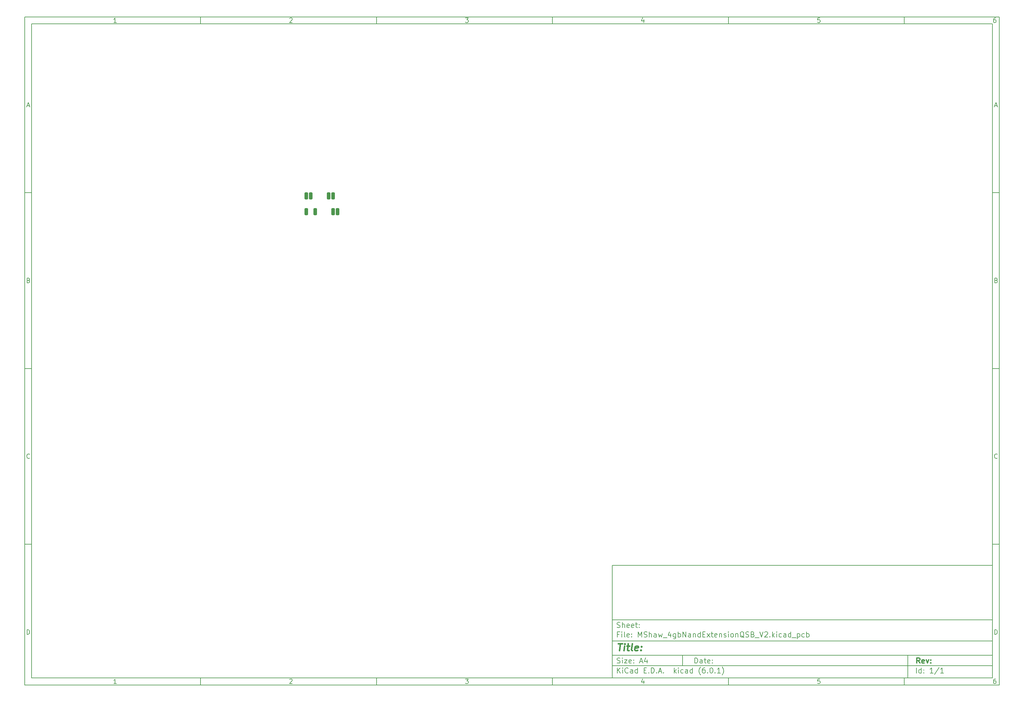
<source format=gbs>
%TF.GenerationSoftware,KiCad,Pcbnew,(6.0.1)*%
%TF.CreationDate,2022-02-28T01:07:11-07:00*%
%TF.ProjectId,MShaw_4gbNandExtensionQSB_V2,4d536861-775f-4346-9762-4e616e644578,rev?*%
%TF.SameCoordinates,Original*%
%TF.FileFunction,Soldermask,Bot*%
%TF.FilePolarity,Negative*%
%FSLAX46Y46*%
G04 Gerber Fmt 4.6, Leading zero omitted, Abs format (unit mm)*
G04 Created by KiCad (PCBNEW (6.0.1)) date 2022-02-28 01:07:11*
%MOMM*%
%LPD*%
G01*
G04 APERTURE LIST*
G04 Aperture macros list*
%AMRoundRect*
0 Rectangle with rounded corners*
0 $1 Rounding radius*
0 $2 $3 $4 $5 $6 $7 $8 $9 X,Y pos of 4 corners*
0 Add a 4 corners polygon primitive as box body*
4,1,4,$2,$3,$4,$5,$6,$7,$8,$9,$2,$3,0*
0 Add four circle primitives for the rounded corners*
1,1,$1+$1,$2,$3*
1,1,$1+$1,$4,$5*
1,1,$1+$1,$6,$7*
1,1,$1+$1,$8,$9*
0 Add four rect primitives between the rounded corners*
20,1,$1+$1,$2,$3,$4,$5,0*
20,1,$1+$1,$4,$5,$6,$7,0*
20,1,$1+$1,$6,$7,$8,$9,0*
20,1,$1+$1,$8,$9,$2,$3,0*%
G04 Aperture macros list end*
%ADD10C,0.100000*%
%ADD11C,0.150000*%
%ADD12C,0.300000*%
%ADD13C,0.400000*%
%ADD14RoundRect,0.250000X0.250000X-0.750000X0.250000X0.750000X-0.250000X0.750000X-0.250000X-0.750000X0*%
G04 APERTURE END LIST*
D10*
D11*
X177002200Y-166007200D02*
X177002200Y-198007200D01*
X285002200Y-198007200D01*
X285002200Y-166007200D01*
X177002200Y-166007200D01*
D10*
D11*
X10000000Y-10000000D02*
X10000000Y-200007200D01*
X287002200Y-200007200D01*
X287002200Y-10000000D01*
X10000000Y-10000000D01*
D10*
D11*
X12000000Y-12000000D02*
X12000000Y-198007200D01*
X285002200Y-198007200D01*
X285002200Y-12000000D01*
X12000000Y-12000000D01*
D10*
D11*
X60000000Y-12000000D02*
X60000000Y-10000000D01*
D10*
D11*
X110000000Y-12000000D02*
X110000000Y-10000000D01*
D10*
D11*
X160000000Y-12000000D02*
X160000000Y-10000000D01*
D10*
D11*
X210000000Y-12000000D02*
X210000000Y-10000000D01*
D10*
D11*
X260000000Y-12000000D02*
X260000000Y-10000000D01*
D10*
D11*
X36065476Y-11588095D02*
X35322619Y-11588095D01*
X35694047Y-11588095D02*
X35694047Y-10288095D01*
X35570238Y-10473809D01*
X35446428Y-10597619D01*
X35322619Y-10659523D01*
D10*
D11*
X85322619Y-10411904D02*
X85384523Y-10350000D01*
X85508333Y-10288095D01*
X85817857Y-10288095D01*
X85941666Y-10350000D01*
X86003571Y-10411904D01*
X86065476Y-10535714D01*
X86065476Y-10659523D01*
X86003571Y-10845238D01*
X85260714Y-11588095D01*
X86065476Y-11588095D01*
D10*
D11*
X135260714Y-10288095D02*
X136065476Y-10288095D01*
X135632142Y-10783333D01*
X135817857Y-10783333D01*
X135941666Y-10845238D01*
X136003571Y-10907142D01*
X136065476Y-11030952D01*
X136065476Y-11340476D01*
X136003571Y-11464285D01*
X135941666Y-11526190D01*
X135817857Y-11588095D01*
X135446428Y-11588095D01*
X135322619Y-11526190D01*
X135260714Y-11464285D01*
D10*
D11*
X185941666Y-10721428D02*
X185941666Y-11588095D01*
X185632142Y-10226190D02*
X185322619Y-11154761D01*
X186127380Y-11154761D01*
D10*
D11*
X236003571Y-10288095D02*
X235384523Y-10288095D01*
X235322619Y-10907142D01*
X235384523Y-10845238D01*
X235508333Y-10783333D01*
X235817857Y-10783333D01*
X235941666Y-10845238D01*
X236003571Y-10907142D01*
X236065476Y-11030952D01*
X236065476Y-11340476D01*
X236003571Y-11464285D01*
X235941666Y-11526190D01*
X235817857Y-11588095D01*
X235508333Y-11588095D01*
X235384523Y-11526190D01*
X235322619Y-11464285D01*
D10*
D11*
X285941666Y-10288095D02*
X285694047Y-10288095D01*
X285570238Y-10350000D01*
X285508333Y-10411904D01*
X285384523Y-10597619D01*
X285322619Y-10845238D01*
X285322619Y-11340476D01*
X285384523Y-11464285D01*
X285446428Y-11526190D01*
X285570238Y-11588095D01*
X285817857Y-11588095D01*
X285941666Y-11526190D01*
X286003571Y-11464285D01*
X286065476Y-11340476D01*
X286065476Y-11030952D01*
X286003571Y-10907142D01*
X285941666Y-10845238D01*
X285817857Y-10783333D01*
X285570238Y-10783333D01*
X285446428Y-10845238D01*
X285384523Y-10907142D01*
X285322619Y-11030952D01*
D10*
D11*
X60000000Y-198007200D02*
X60000000Y-200007200D01*
D10*
D11*
X110000000Y-198007200D02*
X110000000Y-200007200D01*
D10*
D11*
X160000000Y-198007200D02*
X160000000Y-200007200D01*
D10*
D11*
X210000000Y-198007200D02*
X210000000Y-200007200D01*
D10*
D11*
X260000000Y-198007200D02*
X260000000Y-200007200D01*
D10*
D11*
X36065476Y-199595295D02*
X35322619Y-199595295D01*
X35694047Y-199595295D02*
X35694047Y-198295295D01*
X35570238Y-198481009D01*
X35446428Y-198604819D01*
X35322619Y-198666723D01*
D10*
D11*
X85322619Y-198419104D02*
X85384523Y-198357200D01*
X85508333Y-198295295D01*
X85817857Y-198295295D01*
X85941666Y-198357200D01*
X86003571Y-198419104D01*
X86065476Y-198542914D01*
X86065476Y-198666723D01*
X86003571Y-198852438D01*
X85260714Y-199595295D01*
X86065476Y-199595295D01*
D10*
D11*
X135260714Y-198295295D02*
X136065476Y-198295295D01*
X135632142Y-198790533D01*
X135817857Y-198790533D01*
X135941666Y-198852438D01*
X136003571Y-198914342D01*
X136065476Y-199038152D01*
X136065476Y-199347676D01*
X136003571Y-199471485D01*
X135941666Y-199533390D01*
X135817857Y-199595295D01*
X135446428Y-199595295D01*
X135322619Y-199533390D01*
X135260714Y-199471485D01*
D10*
D11*
X185941666Y-198728628D02*
X185941666Y-199595295D01*
X185632142Y-198233390D02*
X185322619Y-199161961D01*
X186127380Y-199161961D01*
D10*
D11*
X236003571Y-198295295D02*
X235384523Y-198295295D01*
X235322619Y-198914342D01*
X235384523Y-198852438D01*
X235508333Y-198790533D01*
X235817857Y-198790533D01*
X235941666Y-198852438D01*
X236003571Y-198914342D01*
X236065476Y-199038152D01*
X236065476Y-199347676D01*
X236003571Y-199471485D01*
X235941666Y-199533390D01*
X235817857Y-199595295D01*
X235508333Y-199595295D01*
X235384523Y-199533390D01*
X235322619Y-199471485D01*
D10*
D11*
X285941666Y-198295295D02*
X285694047Y-198295295D01*
X285570238Y-198357200D01*
X285508333Y-198419104D01*
X285384523Y-198604819D01*
X285322619Y-198852438D01*
X285322619Y-199347676D01*
X285384523Y-199471485D01*
X285446428Y-199533390D01*
X285570238Y-199595295D01*
X285817857Y-199595295D01*
X285941666Y-199533390D01*
X286003571Y-199471485D01*
X286065476Y-199347676D01*
X286065476Y-199038152D01*
X286003571Y-198914342D01*
X285941666Y-198852438D01*
X285817857Y-198790533D01*
X285570238Y-198790533D01*
X285446428Y-198852438D01*
X285384523Y-198914342D01*
X285322619Y-199038152D01*
D10*
D11*
X10000000Y-60000000D02*
X12000000Y-60000000D01*
D10*
D11*
X10000000Y-110000000D02*
X12000000Y-110000000D01*
D10*
D11*
X10000000Y-160000000D02*
X12000000Y-160000000D01*
D10*
D11*
X10690476Y-35216666D02*
X11309523Y-35216666D01*
X10566666Y-35588095D02*
X11000000Y-34288095D01*
X11433333Y-35588095D01*
D10*
D11*
X11092857Y-84907142D02*
X11278571Y-84969047D01*
X11340476Y-85030952D01*
X11402380Y-85154761D01*
X11402380Y-85340476D01*
X11340476Y-85464285D01*
X11278571Y-85526190D01*
X11154761Y-85588095D01*
X10659523Y-85588095D01*
X10659523Y-84288095D01*
X11092857Y-84288095D01*
X11216666Y-84350000D01*
X11278571Y-84411904D01*
X11340476Y-84535714D01*
X11340476Y-84659523D01*
X11278571Y-84783333D01*
X11216666Y-84845238D01*
X11092857Y-84907142D01*
X10659523Y-84907142D01*
D10*
D11*
X11402380Y-135464285D02*
X11340476Y-135526190D01*
X11154761Y-135588095D01*
X11030952Y-135588095D01*
X10845238Y-135526190D01*
X10721428Y-135402380D01*
X10659523Y-135278571D01*
X10597619Y-135030952D01*
X10597619Y-134845238D01*
X10659523Y-134597619D01*
X10721428Y-134473809D01*
X10845238Y-134350000D01*
X11030952Y-134288095D01*
X11154761Y-134288095D01*
X11340476Y-134350000D01*
X11402380Y-134411904D01*
D10*
D11*
X10659523Y-185588095D02*
X10659523Y-184288095D01*
X10969047Y-184288095D01*
X11154761Y-184350000D01*
X11278571Y-184473809D01*
X11340476Y-184597619D01*
X11402380Y-184845238D01*
X11402380Y-185030952D01*
X11340476Y-185278571D01*
X11278571Y-185402380D01*
X11154761Y-185526190D01*
X10969047Y-185588095D01*
X10659523Y-185588095D01*
D10*
D11*
X287002200Y-60000000D02*
X285002200Y-60000000D01*
D10*
D11*
X287002200Y-110000000D02*
X285002200Y-110000000D01*
D10*
D11*
X287002200Y-160000000D02*
X285002200Y-160000000D01*
D10*
D11*
X285692676Y-35216666D02*
X286311723Y-35216666D01*
X285568866Y-35588095D02*
X286002200Y-34288095D01*
X286435533Y-35588095D01*
D10*
D11*
X286095057Y-84907142D02*
X286280771Y-84969047D01*
X286342676Y-85030952D01*
X286404580Y-85154761D01*
X286404580Y-85340476D01*
X286342676Y-85464285D01*
X286280771Y-85526190D01*
X286156961Y-85588095D01*
X285661723Y-85588095D01*
X285661723Y-84288095D01*
X286095057Y-84288095D01*
X286218866Y-84350000D01*
X286280771Y-84411904D01*
X286342676Y-84535714D01*
X286342676Y-84659523D01*
X286280771Y-84783333D01*
X286218866Y-84845238D01*
X286095057Y-84907142D01*
X285661723Y-84907142D01*
D10*
D11*
X286404580Y-135464285D02*
X286342676Y-135526190D01*
X286156961Y-135588095D01*
X286033152Y-135588095D01*
X285847438Y-135526190D01*
X285723628Y-135402380D01*
X285661723Y-135278571D01*
X285599819Y-135030952D01*
X285599819Y-134845238D01*
X285661723Y-134597619D01*
X285723628Y-134473809D01*
X285847438Y-134350000D01*
X286033152Y-134288095D01*
X286156961Y-134288095D01*
X286342676Y-134350000D01*
X286404580Y-134411904D01*
D10*
D11*
X285661723Y-185588095D02*
X285661723Y-184288095D01*
X285971247Y-184288095D01*
X286156961Y-184350000D01*
X286280771Y-184473809D01*
X286342676Y-184597619D01*
X286404580Y-184845238D01*
X286404580Y-185030952D01*
X286342676Y-185278571D01*
X286280771Y-185402380D01*
X286156961Y-185526190D01*
X285971247Y-185588095D01*
X285661723Y-185588095D01*
D10*
D11*
X200434342Y-193785771D02*
X200434342Y-192285771D01*
X200791485Y-192285771D01*
X201005771Y-192357200D01*
X201148628Y-192500057D01*
X201220057Y-192642914D01*
X201291485Y-192928628D01*
X201291485Y-193142914D01*
X201220057Y-193428628D01*
X201148628Y-193571485D01*
X201005771Y-193714342D01*
X200791485Y-193785771D01*
X200434342Y-193785771D01*
X202577200Y-193785771D02*
X202577200Y-193000057D01*
X202505771Y-192857200D01*
X202362914Y-192785771D01*
X202077200Y-192785771D01*
X201934342Y-192857200D01*
X202577200Y-193714342D02*
X202434342Y-193785771D01*
X202077200Y-193785771D01*
X201934342Y-193714342D01*
X201862914Y-193571485D01*
X201862914Y-193428628D01*
X201934342Y-193285771D01*
X202077200Y-193214342D01*
X202434342Y-193214342D01*
X202577200Y-193142914D01*
X203077200Y-192785771D02*
X203648628Y-192785771D01*
X203291485Y-192285771D02*
X203291485Y-193571485D01*
X203362914Y-193714342D01*
X203505771Y-193785771D01*
X203648628Y-193785771D01*
X204720057Y-193714342D02*
X204577200Y-193785771D01*
X204291485Y-193785771D01*
X204148628Y-193714342D01*
X204077200Y-193571485D01*
X204077200Y-193000057D01*
X204148628Y-192857200D01*
X204291485Y-192785771D01*
X204577200Y-192785771D01*
X204720057Y-192857200D01*
X204791485Y-193000057D01*
X204791485Y-193142914D01*
X204077200Y-193285771D01*
X205434342Y-193642914D02*
X205505771Y-193714342D01*
X205434342Y-193785771D01*
X205362914Y-193714342D01*
X205434342Y-193642914D01*
X205434342Y-193785771D01*
X205434342Y-192857200D02*
X205505771Y-192928628D01*
X205434342Y-193000057D01*
X205362914Y-192928628D01*
X205434342Y-192857200D01*
X205434342Y-193000057D01*
D10*
D11*
X177002200Y-194507200D02*
X285002200Y-194507200D01*
D10*
D11*
X178434342Y-196585771D02*
X178434342Y-195085771D01*
X179291485Y-196585771D02*
X178648628Y-195728628D01*
X179291485Y-195085771D02*
X178434342Y-195942914D01*
X179934342Y-196585771D02*
X179934342Y-195585771D01*
X179934342Y-195085771D02*
X179862914Y-195157200D01*
X179934342Y-195228628D01*
X180005771Y-195157200D01*
X179934342Y-195085771D01*
X179934342Y-195228628D01*
X181505771Y-196442914D02*
X181434342Y-196514342D01*
X181220057Y-196585771D01*
X181077200Y-196585771D01*
X180862914Y-196514342D01*
X180720057Y-196371485D01*
X180648628Y-196228628D01*
X180577200Y-195942914D01*
X180577200Y-195728628D01*
X180648628Y-195442914D01*
X180720057Y-195300057D01*
X180862914Y-195157200D01*
X181077200Y-195085771D01*
X181220057Y-195085771D01*
X181434342Y-195157200D01*
X181505771Y-195228628D01*
X182791485Y-196585771D02*
X182791485Y-195800057D01*
X182720057Y-195657200D01*
X182577200Y-195585771D01*
X182291485Y-195585771D01*
X182148628Y-195657200D01*
X182791485Y-196514342D02*
X182648628Y-196585771D01*
X182291485Y-196585771D01*
X182148628Y-196514342D01*
X182077200Y-196371485D01*
X182077200Y-196228628D01*
X182148628Y-196085771D01*
X182291485Y-196014342D01*
X182648628Y-196014342D01*
X182791485Y-195942914D01*
X184148628Y-196585771D02*
X184148628Y-195085771D01*
X184148628Y-196514342D02*
X184005771Y-196585771D01*
X183720057Y-196585771D01*
X183577200Y-196514342D01*
X183505771Y-196442914D01*
X183434342Y-196300057D01*
X183434342Y-195871485D01*
X183505771Y-195728628D01*
X183577200Y-195657200D01*
X183720057Y-195585771D01*
X184005771Y-195585771D01*
X184148628Y-195657200D01*
X186005771Y-195800057D02*
X186505771Y-195800057D01*
X186720057Y-196585771D02*
X186005771Y-196585771D01*
X186005771Y-195085771D01*
X186720057Y-195085771D01*
X187362914Y-196442914D02*
X187434342Y-196514342D01*
X187362914Y-196585771D01*
X187291485Y-196514342D01*
X187362914Y-196442914D01*
X187362914Y-196585771D01*
X188077200Y-196585771D02*
X188077200Y-195085771D01*
X188434342Y-195085771D01*
X188648628Y-195157200D01*
X188791485Y-195300057D01*
X188862914Y-195442914D01*
X188934342Y-195728628D01*
X188934342Y-195942914D01*
X188862914Y-196228628D01*
X188791485Y-196371485D01*
X188648628Y-196514342D01*
X188434342Y-196585771D01*
X188077200Y-196585771D01*
X189577200Y-196442914D02*
X189648628Y-196514342D01*
X189577200Y-196585771D01*
X189505771Y-196514342D01*
X189577200Y-196442914D01*
X189577200Y-196585771D01*
X190220057Y-196157200D02*
X190934342Y-196157200D01*
X190077200Y-196585771D02*
X190577200Y-195085771D01*
X191077200Y-196585771D01*
X191577200Y-196442914D02*
X191648628Y-196514342D01*
X191577200Y-196585771D01*
X191505771Y-196514342D01*
X191577200Y-196442914D01*
X191577200Y-196585771D01*
X194577200Y-196585771D02*
X194577200Y-195085771D01*
X194720057Y-196014342D02*
X195148628Y-196585771D01*
X195148628Y-195585771D02*
X194577200Y-196157200D01*
X195791485Y-196585771D02*
X195791485Y-195585771D01*
X195791485Y-195085771D02*
X195720057Y-195157200D01*
X195791485Y-195228628D01*
X195862914Y-195157200D01*
X195791485Y-195085771D01*
X195791485Y-195228628D01*
X197148628Y-196514342D02*
X197005771Y-196585771D01*
X196720057Y-196585771D01*
X196577200Y-196514342D01*
X196505771Y-196442914D01*
X196434342Y-196300057D01*
X196434342Y-195871485D01*
X196505771Y-195728628D01*
X196577200Y-195657200D01*
X196720057Y-195585771D01*
X197005771Y-195585771D01*
X197148628Y-195657200D01*
X198434342Y-196585771D02*
X198434342Y-195800057D01*
X198362914Y-195657200D01*
X198220057Y-195585771D01*
X197934342Y-195585771D01*
X197791485Y-195657200D01*
X198434342Y-196514342D02*
X198291485Y-196585771D01*
X197934342Y-196585771D01*
X197791485Y-196514342D01*
X197720057Y-196371485D01*
X197720057Y-196228628D01*
X197791485Y-196085771D01*
X197934342Y-196014342D01*
X198291485Y-196014342D01*
X198434342Y-195942914D01*
X199791485Y-196585771D02*
X199791485Y-195085771D01*
X199791485Y-196514342D02*
X199648628Y-196585771D01*
X199362914Y-196585771D01*
X199220057Y-196514342D01*
X199148628Y-196442914D01*
X199077200Y-196300057D01*
X199077200Y-195871485D01*
X199148628Y-195728628D01*
X199220057Y-195657200D01*
X199362914Y-195585771D01*
X199648628Y-195585771D01*
X199791485Y-195657200D01*
X202077200Y-197157200D02*
X202005771Y-197085771D01*
X201862914Y-196871485D01*
X201791485Y-196728628D01*
X201720057Y-196514342D01*
X201648628Y-196157200D01*
X201648628Y-195871485D01*
X201720057Y-195514342D01*
X201791485Y-195300057D01*
X201862914Y-195157200D01*
X202005771Y-194942914D01*
X202077200Y-194871485D01*
X203291485Y-195085771D02*
X203005771Y-195085771D01*
X202862914Y-195157200D01*
X202791485Y-195228628D01*
X202648628Y-195442914D01*
X202577200Y-195728628D01*
X202577200Y-196300057D01*
X202648628Y-196442914D01*
X202720057Y-196514342D01*
X202862914Y-196585771D01*
X203148628Y-196585771D01*
X203291485Y-196514342D01*
X203362914Y-196442914D01*
X203434342Y-196300057D01*
X203434342Y-195942914D01*
X203362914Y-195800057D01*
X203291485Y-195728628D01*
X203148628Y-195657200D01*
X202862914Y-195657200D01*
X202720057Y-195728628D01*
X202648628Y-195800057D01*
X202577200Y-195942914D01*
X204077200Y-196442914D02*
X204148628Y-196514342D01*
X204077200Y-196585771D01*
X204005771Y-196514342D01*
X204077200Y-196442914D01*
X204077200Y-196585771D01*
X205077200Y-195085771D02*
X205220057Y-195085771D01*
X205362914Y-195157200D01*
X205434342Y-195228628D01*
X205505771Y-195371485D01*
X205577200Y-195657200D01*
X205577200Y-196014342D01*
X205505771Y-196300057D01*
X205434342Y-196442914D01*
X205362914Y-196514342D01*
X205220057Y-196585771D01*
X205077200Y-196585771D01*
X204934342Y-196514342D01*
X204862914Y-196442914D01*
X204791485Y-196300057D01*
X204720057Y-196014342D01*
X204720057Y-195657200D01*
X204791485Y-195371485D01*
X204862914Y-195228628D01*
X204934342Y-195157200D01*
X205077200Y-195085771D01*
X206220057Y-196442914D02*
X206291485Y-196514342D01*
X206220057Y-196585771D01*
X206148628Y-196514342D01*
X206220057Y-196442914D01*
X206220057Y-196585771D01*
X207720057Y-196585771D02*
X206862914Y-196585771D01*
X207291485Y-196585771D02*
X207291485Y-195085771D01*
X207148628Y-195300057D01*
X207005771Y-195442914D01*
X206862914Y-195514342D01*
X208220057Y-197157200D02*
X208291485Y-197085771D01*
X208434342Y-196871485D01*
X208505771Y-196728628D01*
X208577200Y-196514342D01*
X208648628Y-196157200D01*
X208648628Y-195871485D01*
X208577200Y-195514342D01*
X208505771Y-195300057D01*
X208434342Y-195157200D01*
X208291485Y-194942914D01*
X208220057Y-194871485D01*
D10*
D11*
X177002200Y-191507200D02*
X285002200Y-191507200D01*
D10*
D12*
X264411485Y-193785771D02*
X263911485Y-193071485D01*
X263554342Y-193785771D02*
X263554342Y-192285771D01*
X264125771Y-192285771D01*
X264268628Y-192357200D01*
X264340057Y-192428628D01*
X264411485Y-192571485D01*
X264411485Y-192785771D01*
X264340057Y-192928628D01*
X264268628Y-193000057D01*
X264125771Y-193071485D01*
X263554342Y-193071485D01*
X265625771Y-193714342D02*
X265482914Y-193785771D01*
X265197200Y-193785771D01*
X265054342Y-193714342D01*
X264982914Y-193571485D01*
X264982914Y-193000057D01*
X265054342Y-192857200D01*
X265197200Y-192785771D01*
X265482914Y-192785771D01*
X265625771Y-192857200D01*
X265697200Y-193000057D01*
X265697200Y-193142914D01*
X264982914Y-193285771D01*
X266197200Y-192785771D02*
X266554342Y-193785771D01*
X266911485Y-192785771D01*
X267482914Y-193642914D02*
X267554342Y-193714342D01*
X267482914Y-193785771D01*
X267411485Y-193714342D01*
X267482914Y-193642914D01*
X267482914Y-193785771D01*
X267482914Y-192857200D02*
X267554342Y-192928628D01*
X267482914Y-193000057D01*
X267411485Y-192928628D01*
X267482914Y-192857200D01*
X267482914Y-193000057D01*
D10*
D11*
X178362914Y-193714342D02*
X178577200Y-193785771D01*
X178934342Y-193785771D01*
X179077200Y-193714342D01*
X179148628Y-193642914D01*
X179220057Y-193500057D01*
X179220057Y-193357200D01*
X179148628Y-193214342D01*
X179077200Y-193142914D01*
X178934342Y-193071485D01*
X178648628Y-193000057D01*
X178505771Y-192928628D01*
X178434342Y-192857200D01*
X178362914Y-192714342D01*
X178362914Y-192571485D01*
X178434342Y-192428628D01*
X178505771Y-192357200D01*
X178648628Y-192285771D01*
X179005771Y-192285771D01*
X179220057Y-192357200D01*
X179862914Y-193785771D02*
X179862914Y-192785771D01*
X179862914Y-192285771D02*
X179791485Y-192357200D01*
X179862914Y-192428628D01*
X179934342Y-192357200D01*
X179862914Y-192285771D01*
X179862914Y-192428628D01*
X180434342Y-192785771D02*
X181220057Y-192785771D01*
X180434342Y-193785771D01*
X181220057Y-193785771D01*
X182362914Y-193714342D02*
X182220057Y-193785771D01*
X181934342Y-193785771D01*
X181791485Y-193714342D01*
X181720057Y-193571485D01*
X181720057Y-193000057D01*
X181791485Y-192857200D01*
X181934342Y-192785771D01*
X182220057Y-192785771D01*
X182362914Y-192857200D01*
X182434342Y-193000057D01*
X182434342Y-193142914D01*
X181720057Y-193285771D01*
X183077200Y-193642914D02*
X183148628Y-193714342D01*
X183077200Y-193785771D01*
X183005771Y-193714342D01*
X183077200Y-193642914D01*
X183077200Y-193785771D01*
X183077200Y-192857200D02*
X183148628Y-192928628D01*
X183077200Y-193000057D01*
X183005771Y-192928628D01*
X183077200Y-192857200D01*
X183077200Y-193000057D01*
X184862914Y-193357200D02*
X185577200Y-193357200D01*
X184720057Y-193785771D02*
X185220057Y-192285771D01*
X185720057Y-193785771D01*
X186862914Y-192785771D02*
X186862914Y-193785771D01*
X186505771Y-192214342D02*
X186148628Y-193285771D01*
X187077200Y-193285771D01*
D10*
D11*
X263434342Y-196585771D02*
X263434342Y-195085771D01*
X264791485Y-196585771D02*
X264791485Y-195085771D01*
X264791485Y-196514342D02*
X264648628Y-196585771D01*
X264362914Y-196585771D01*
X264220057Y-196514342D01*
X264148628Y-196442914D01*
X264077200Y-196300057D01*
X264077200Y-195871485D01*
X264148628Y-195728628D01*
X264220057Y-195657200D01*
X264362914Y-195585771D01*
X264648628Y-195585771D01*
X264791485Y-195657200D01*
X265505771Y-196442914D02*
X265577200Y-196514342D01*
X265505771Y-196585771D01*
X265434342Y-196514342D01*
X265505771Y-196442914D01*
X265505771Y-196585771D01*
X265505771Y-195657200D02*
X265577200Y-195728628D01*
X265505771Y-195800057D01*
X265434342Y-195728628D01*
X265505771Y-195657200D01*
X265505771Y-195800057D01*
X268148628Y-196585771D02*
X267291485Y-196585771D01*
X267720057Y-196585771D02*
X267720057Y-195085771D01*
X267577200Y-195300057D01*
X267434342Y-195442914D01*
X267291485Y-195514342D01*
X269862914Y-195014342D02*
X268577200Y-196942914D01*
X271148628Y-196585771D02*
X270291485Y-196585771D01*
X270720057Y-196585771D02*
X270720057Y-195085771D01*
X270577200Y-195300057D01*
X270434342Y-195442914D01*
X270291485Y-195514342D01*
D10*
D11*
X177002200Y-187507200D02*
X285002200Y-187507200D01*
D10*
D13*
X178714580Y-188211961D02*
X179857438Y-188211961D01*
X179036009Y-190211961D02*
X179286009Y-188211961D01*
X180274104Y-190211961D02*
X180440771Y-188878628D01*
X180524104Y-188211961D02*
X180416961Y-188307200D01*
X180500295Y-188402438D01*
X180607438Y-188307200D01*
X180524104Y-188211961D01*
X180500295Y-188402438D01*
X181107438Y-188878628D02*
X181869342Y-188878628D01*
X181476485Y-188211961D02*
X181262200Y-189926247D01*
X181333628Y-190116723D01*
X181512200Y-190211961D01*
X181702676Y-190211961D01*
X182655057Y-190211961D02*
X182476485Y-190116723D01*
X182405057Y-189926247D01*
X182619342Y-188211961D01*
X184190771Y-190116723D02*
X183988390Y-190211961D01*
X183607438Y-190211961D01*
X183428866Y-190116723D01*
X183357438Y-189926247D01*
X183452676Y-189164342D01*
X183571723Y-188973866D01*
X183774104Y-188878628D01*
X184155057Y-188878628D01*
X184333628Y-188973866D01*
X184405057Y-189164342D01*
X184381247Y-189354819D01*
X183405057Y-189545295D01*
X185155057Y-190021485D02*
X185238390Y-190116723D01*
X185131247Y-190211961D01*
X185047914Y-190116723D01*
X185155057Y-190021485D01*
X185131247Y-190211961D01*
X185286009Y-188973866D02*
X185369342Y-189069104D01*
X185262200Y-189164342D01*
X185178866Y-189069104D01*
X185286009Y-188973866D01*
X185262200Y-189164342D01*
D10*
D11*
X178934342Y-185600057D02*
X178434342Y-185600057D01*
X178434342Y-186385771D02*
X178434342Y-184885771D01*
X179148628Y-184885771D01*
X179720057Y-186385771D02*
X179720057Y-185385771D01*
X179720057Y-184885771D02*
X179648628Y-184957200D01*
X179720057Y-185028628D01*
X179791485Y-184957200D01*
X179720057Y-184885771D01*
X179720057Y-185028628D01*
X180648628Y-186385771D02*
X180505771Y-186314342D01*
X180434342Y-186171485D01*
X180434342Y-184885771D01*
X181791485Y-186314342D02*
X181648628Y-186385771D01*
X181362914Y-186385771D01*
X181220057Y-186314342D01*
X181148628Y-186171485D01*
X181148628Y-185600057D01*
X181220057Y-185457200D01*
X181362914Y-185385771D01*
X181648628Y-185385771D01*
X181791485Y-185457200D01*
X181862914Y-185600057D01*
X181862914Y-185742914D01*
X181148628Y-185885771D01*
X182505771Y-186242914D02*
X182577200Y-186314342D01*
X182505771Y-186385771D01*
X182434342Y-186314342D01*
X182505771Y-186242914D01*
X182505771Y-186385771D01*
X182505771Y-185457200D02*
X182577200Y-185528628D01*
X182505771Y-185600057D01*
X182434342Y-185528628D01*
X182505771Y-185457200D01*
X182505771Y-185600057D01*
X184362914Y-186385771D02*
X184362914Y-184885771D01*
X184862914Y-185957200D01*
X185362914Y-184885771D01*
X185362914Y-186385771D01*
X186005771Y-186314342D02*
X186220057Y-186385771D01*
X186577200Y-186385771D01*
X186720057Y-186314342D01*
X186791485Y-186242914D01*
X186862914Y-186100057D01*
X186862914Y-185957200D01*
X186791485Y-185814342D01*
X186720057Y-185742914D01*
X186577200Y-185671485D01*
X186291485Y-185600057D01*
X186148628Y-185528628D01*
X186077200Y-185457200D01*
X186005771Y-185314342D01*
X186005771Y-185171485D01*
X186077200Y-185028628D01*
X186148628Y-184957200D01*
X186291485Y-184885771D01*
X186648628Y-184885771D01*
X186862914Y-184957200D01*
X187505771Y-186385771D02*
X187505771Y-184885771D01*
X188148628Y-186385771D02*
X188148628Y-185600057D01*
X188077200Y-185457200D01*
X187934342Y-185385771D01*
X187720057Y-185385771D01*
X187577200Y-185457200D01*
X187505771Y-185528628D01*
X189505771Y-186385771D02*
X189505771Y-185600057D01*
X189434342Y-185457200D01*
X189291485Y-185385771D01*
X189005771Y-185385771D01*
X188862914Y-185457200D01*
X189505771Y-186314342D02*
X189362914Y-186385771D01*
X189005771Y-186385771D01*
X188862914Y-186314342D01*
X188791485Y-186171485D01*
X188791485Y-186028628D01*
X188862914Y-185885771D01*
X189005771Y-185814342D01*
X189362914Y-185814342D01*
X189505771Y-185742914D01*
X190077200Y-185385771D02*
X190362914Y-186385771D01*
X190648628Y-185671485D01*
X190934342Y-186385771D01*
X191220057Y-185385771D01*
X191434342Y-186528628D02*
X192577200Y-186528628D01*
X193577200Y-185385771D02*
X193577200Y-186385771D01*
X193220057Y-184814342D02*
X192862914Y-185885771D01*
X193791485Y-185885771D01*
X195005771Y-185385771D02*
X195005771Y-186600057D01*
X194934342Y-186742914D01*
X194862914Y-186814342D01*
X194720057Y-186885771D01*
X194505771Y-186885771D01*
X194362914Y-186814342D01*
X195005771Y-186314342D02*
X194862914Y-186385771D01*
X194577200Y-186385771D01*
X194434342Y-186314342D01*
X194362914Y-186242914D01*
X194291485Y-186100057D01*
X194291485Y-185671485D01*
X194362914Y-185528628D01*
X194434342Y-185457200D01*
X194577200Y-185385771D01*
X194862914Y-185385771D01*
X195005771Y-185457200D01*
X195720057Y-186385771D02*
X195720057Y-184885771D01*
X195720057Y-185457200D02*
X195862914Y-185385771D01*
X196148628Y-185385771D01*
X196291485Y-185457200D01*
X196362914Y-185528628D01*
X196434342Y-185671485D01*
X196434342Y-186100057D01*
X196362914Y-186242914D01*
X196291485Y-186314342D01*
X196148628Y-186385771D01*
X195862914Y-186385771D01*
X195720057Y-186314342D01*
X197077200Y-186385771D02*
X197077200Y-184885771D01*
X197934342Y-186385771D01*
X197934342Y-184885771D01*
X199291485Y-186385771D02*
X199291485Y-185600057D01*
X199220057Y-185457200D01*
X199077200Y-185385771D01*
X198791485Y-185385771D01*
X198648628Y-185457200D01*
X199291485Y-186314342D02*
X199148628Y-186385771D01*
X198791485Y-186385771D01*
X198648628Y-186314342D01*
X198577200Y-186171485D01*
X198577200Y-186028628D01*
X198648628Y-185885771D01*
X198791485Y-185814342D01*
X199148628Y-185814342D01*
X199291485Y-185742914D01*
X200005771Y-185385771D02*
X200005771Y-186385771D01*
X200005771Y-185528628D02*
X200077200Y-185457200D01*
X200220057Y-185385771D01*
X200434342Y-185385771D01*
X200577200Y-185457200D01*
X200648628Y-185600057D01*
X200648628Y-186385771D01*
X202005771Y-186385771D02*
X202005771Y-184885771D01*
X202005771Y-186314342D02*
X201862914Y-186385771D01*
X201577200Y-186385771D01*
X201434342Y-186314342D01*
X201362914Y-186242914D01*
X201291485Y-186100057D01*
X201291485Y-185671485D01*
X201362914Y-185528628D01*
X201434342Y-185457200D01*
X201577200Y-185385771D01*
X201862914Y-185385771D01*
X202005771Y-185457200D01*
X202720057Y-185600057D02*
X203220057Y-185600057D01*
X203434342Y-186385771D02*
X202720057Y-186385771D01*
X202720057Y-184885771D01*
X203434342Y-184885771D01*
X203934342Y-186385771D02*
X204720057Y-185385771D01*
X203934342Y-185385771D02*
X204720057Y-186385771D01*
X205077200Y-185385771D02*
X205648628Y-185385771D01*
X205291485Y-184885771D02*
X205291485Y-186171485D01*
X205362914Y-186314342D01*
X205505771Y-186385771D01*
X205648628Y-186385771D01*
X206720057Y-186314342D02*
X206577200Y-186385771D01*
X206291485Y-186385771D01*
X206148628Y-186314342D01*
X206077200Y-186171485D01*
X206077200Y-185600057D01*
X206148628Y-185457200D01*
X206291485Y-185385771D01*
X206577200Y-185385771D01*
X206720057Y-185457200D01*
X206791485Y-185600057D01*
X206791485Y-185742914D01*
X206077200Y-185885771D01*
X207434342Y-185385771D02*
X207434342Y-186385771D01*
X207434342Y-185528628D02*
X207505771Y-185457200D01*
X207648628Y-185385771D01*
X207862914Y-185385771D01*
X208005771Y-185457200D01*
X208077200Y-185600057D01*
X208077200Y-186385771D01*
X208720057Y-186314342D02*
X208862914Y-186385771D01*
X209148628Y-186385771D01*
X209291485Y-186314342D01*
X209362914Y-186171485D01*
X209362914Y-186100057D01*
X209291485Y-185957200D01*
X209148628Y-185885771D01*
X208934342Y-185885771D01*
X208791485Y-185814342D01*
X208720057Y-185671485D01*
X208720057Y-185600057D01*
X208791485Y-185457200D01*
X208934342Y-185385771D01*
X209148628Y-185385771D01*
X209291485Y-185457200D01*
X210005771Y-186385771D02*
X210005771Y-185385771D01*
X210005771Y-184885771D02*
X209934342Y-184957200D01*
X210005771Y-185028628D01*
X210077200Y-184957200D01*
X210005771Y-184885771D01*
X210005771Y-185028628D01*
X210934342Y-186385771D02*
X210791485Y-186314342D01*
X210720057Y-186242914D01*
X210648628Y-186100057D01*
X210648628Y-185671485D01*
X210720057Y-185528628D01*
X210791485Y-185457200D01*
X210934342Y-185385771D01*
X211148628Y-185385771D01*
X211291485Y-185457200D01*
X211362914Y-185528628D01*
X211434342Y-185671485D01*
X211434342Y-186100057D01*
X211362914Y-186242914D01*
X211291485Y-186314342D01*
X211148628Y-186385771D01*
X210934342Y-186385771D01*
X212077200Y-185385771D02*
X212077200Y-186385771D01*
X212077200Y-185528628D02*
X212148628Y-185457200D01*
X212291485Y-185385771D01*
X212505771Y-185385771D01*
X212648628Y-185457200D01*
X212720057Y-185600057D01*
X212720057Y-186385771D01*
X214434342Y-186528628D02*
X214291485Y-186457200D01*
X214148628Y-186314342D01*
X213934342Y-186100057D01*
X213791485Y-186028628D01*
X213648628Y-186028628D01*
X213720057Y-186385771D02*
X213577200Y-186314342D01*
X213434342Y-186171485D01*
X213362914Y-185885771D01*
X213362914Y-185385771D01*
X213434342Y-185100057D01*
X213577200Y-184957200D01*
X213720057Y-184885771D01*
X214005771Y-184885771D01*
X214148628Y-184957200D01*
X214291485Y-185100057D01*
X214362914Y-185385771D01*
X214362914Y-185885771D01*
X214291485Y-186171485D01*
X214148628Y-186314342D01*
X214005771Y-186385771D01*
X213720057Y-186385771D01*
X214934342Y-186314342D02*
X215148628Y-186385771D01*
X215505771Y-186385771D01*
X215648628Y-186314342D01*
X215720057Y-186242914D01*
X215791485Y-186100057D01*
X215791485Y-185957200D01*
X215720057Y-185814342D01*
X215648628Y-185742914D01*
X215505771Y-185671485D01*
X215220057Y-185600057D01*
X215077200Y-185528628D01*
X215005771Y-185457200D01*
X214934342Y-185314342D01*
X214934342Y-185171485D01*
X215005771Y-185028628D01*
X215077200Y-184957200D01*
X215220057Y-184885771D01*
X215577200Y-184885771D01*
X215791485Y-184957200D01*
X216934342Y-185600057D02*
X217148628Y-185671485D01*
X217220057Y-185742914D01*
X217291485Y-185885771D01*
X217291485Y-186100057D01*
X217220057Y-186242914D01*
X217148628Y-186314342D01*
X217005771Y-186385771D01*
X216434342Y-186385771D01*
X216434342Y-184885771D01*
X216934342Y-184885771D01*
X217077200Y-184957200D01*
X217148628Y-185028628D01*
X217220057Y-185171485D01*
X217220057Y-185314342D01*
X217148628Y-185457200D01*
X217077200Y-185528628D01*
X216934342Y-185600057D01*
X216434342Y-185600057D01*
X217577200Y-186528628D02*
X218720057Y-186528628D01*
X218862914Y-184885771D02*
X219362914Y-186385771D01*
X219862914Y-184885771D01*
X220291485Y-185028628D02*
X220362914Y-184957200D01*
X220505771Y-184885771D01*
X220862914Y-184885771D01*
X221005771Y-184957200D01*
X221077200Y-185028628D01*
X221148628Y-185171485D01*
X221148628Y-185314342D01*
X221077200Y-185528628D01*
X220220057Y-186385771D01*
X221148628Y-186385771D01*
X221791485Y-186242914D02*
X221862914Y-186314342D01*
X221791485Y-186385771D01*
X221720057Y-186314342D01*
X221791485Y-186242914D01*
X221791485Y-186385771D01*
X222505771Y-186385771D02*
X222505771Y-184885771D01*
X222648628Y-185814342D02*
X223077200Y-186385771D01*
X223077200Y-185385771D02*
X222505771Y-185957200D01*
X223720057Y-186385771D02*
X223720057Y-185385771D01*
X223720057Y-184885771D02*
X223648628Y-184957200D01*
X223720057Y-185028628D01*
X223791485Y-184957200D01*
X223720057Y-184885771D01*
X223720057Y-185028628D01*
X225077200Y-186314342D02*
X224934342Y-186385771D01*
X224648628Y-186385771D01*
X224505771Y-186314342D01*
X224434342Y-186242914D01*
X224362914Y-186100057D01*
X224362914Y-185671485D01*
X224434342Y-185528628D01*
X224505771Y-185457200D01*
X224648628Y-185385771D01*
X224934342Y-185385771D01*
X225077200Y-185457200D01*
X226362914Y-186385771D02*
X226362914Y-185600057D01*
X226291485Y-185457200D01*
X226148628Y-185385771D01*
X225862914Y-185385771D01*
X225720057Y-185457200D01*
X226362914Y-186314342D02*
X226220057Y-186385771D01*
X225862914Y-186385771D01*
X225720057Y-186314342D01*
X225648628Y-186171485D01*
X225648628Y-186028628D01*
X225720057Y-185885771D01*
X225862914Y-185814342D01*
X226220057Y-185814342D01*
X226362914Y-185742914D01*
X227720057Y-186385771D02*
X227720057Y-184885771D01*
X227720057Y-186314342D02*
X227577200Y-186385771D01*
X227291485Y-186385771D01*
X227148628Y-186314342D01*
X227077200Y-186242914D01*
X227005771Y-186100057D01*
X227005771Y-185671485D01*
X227077200Y-185528628D01*
X227148628Y-185457200D01*
X227291485Y-185385771D01*
X227577200Y-185385771D01*
X227720057Y-185457200D01*
X228077200Y-186528628D02*
X229220057Y-186528628D01*
X229577200Y-185385771D02*
X229577200Y-186885771D01*
X229577200Y-185457200D02*
X229720057Y-185385771D01*
X230005771Y-185385771D01*
X230148628Y-185457200D01*
X230220057Y-185528628D01*
X230291485Y-185671485D01*
X230291485Y-186100057D01*
X230220057Y-186242914D01*
X230148628Y-186314342D01*
X230005771Y-186385771D01*
X229720057Y-186385771D01*
X229577200Y-186314342D01*
X231577200Y-186314342D02*
X231434342Y-186385771D01*
X231148628Y-186385771D01*
X231005771Y-186314342D01*
X230934342Y-186242914D01*
X230862914Y-186100057D01*
X230862914Y-185671485D01*
X230934342Y-185528628D01*
X231005771Y-185457200D01*
X231148628Y-185385771D01*
X231434342Y-185385771D01*
X231577200Y-185457200D01*
X232220057Y-186385771D02*
X232220057Y-184885771D01*
X232220057Y-185457200D02*
X232362914Y-185385771D01*
X232648628Y-185385771D01*
X232791485Y-185457200D01*
X232862914Y-185528628D01*
X232934342Y-185671485D01*
X232934342Y-186100057D01*
X232862914Y-186242914D01*
X232791485Y-186314342D01*
X232648628Y-186385771D01*
X232362914Y-186385771D01*
X232220057Y-186314342D01*
D10*
D11*
X177002200Y-181507200D02*
X285002200Y-181507200D01*
D10*
D11*
X178362914Y-183614342D02*
X178577200Y-183685771D01*
X178934342Y-183685771D01*
X179077200Y-183614342D01*
X179148628Y-183542914D01*
X179220057Y-183400057D01*
X179220057Y-183257200D01*
X179148628Y-183114342D01*
X179077200Y-183042914D01*
X178934342Y-182971485D01*
X178648628Y-182900057D01*
X178505771Y-182828628D01*
X178434342Y-182757200D01*
X178362914Y-182614342D01*
X178362914Y-182471485D01*
X178434342Y-182328628D01*
X178505771Y-182257200D01*
X178648628Y-182185771D01*
X179005771Y-182185771D01*
X179220057Y-182257200D01*
X179862914Y-183685771D02*
X179862914Y-182185771D01*
X180505771Y-183685771D02*
X180505771Y-182900057D01*
X180434342Y-182757200D01*
X180291485Y-182685771D01*
X180077200Y-182685771D01*
X179934342Y-182757200D01*
X179862914Y-182828628D01*
X181791485Y-183614342D02*
X181648628Y-183685771D01*
X181362914Y-183685771D01*
X181220057Y-183614342D01*
X181148628Y-183471485D01*
X181148628Y-182900057D01*
X181220057Y-182757200D01*
X181362914Y-182685771D01*
X181648628Y-182685771D01*
X181791485Y-182757200D01*
X181862914Y-182900057D01*
X181862914Y-183042914D01*
X181148628Y-183185771D01*
X183077200Y-183614342D02*
X182934342Y-183685771D01*
X182648628Y-183685771D01*
X182505771Y-183614342D01*
X182434342Y-183471485D01*
X182434342Y-182900057D01*
X182505771Y-182757200D01*
X182648628Y-182685771D01*
X182934342Y-182685771D01*
X183077200Y-182757200D01*
X183148628Y-182900057D01*
X183148628Y-183042914D01*
X182434342Y-183185771D01*
X183577200Y-182685771D02*
X184148628Y-182685771D01*
X183791485Y-182185771D02*
X183791485Y-183471485D01*
X183862914Y-183614342D01*
X184005771Y-183685771D01*
X184148628Y-183685771D01*
X184648628Y-183542914D02*
X184720057Y-183614342D01*
X184648628Y-183685771D01*
X184577200Y-183614342D01*
X184648628Y-183542914D01*
X184648628Y-183685771D01*
X184648628Y-182757200D02*
X184720057Y-182828628D01*
X184648628Y-182900057D01*
X184577200Y-182828628D01*
X184648628Y-182757200D01*
X184648628Y-182900057D01*
D10*
D12*
D10*
D11*
D10*
D11*
D10*
D11*
D10*
D11*
D10*
D11*
X197002200Y-191507200D02*
X197002200Y-194507200D01*
D10*
D11*
X261002200Y-191507200D02*
X261002200Y-198007200D01*
D14*
%TO.C,J3*%
X90060000Y-60880000D03*
X91330000Y-60880000D03*
X96410000Y-60880000D03*
X97680000Y-60880000D03*
%TD*%
%TO.C,J1*%
X90060000Y-65380000D03*
X92600000Y-65380000D03*
X97680000Y-65380000D03*
X98950000Y-65380000D03*
%TD*%
M02*

</source>
